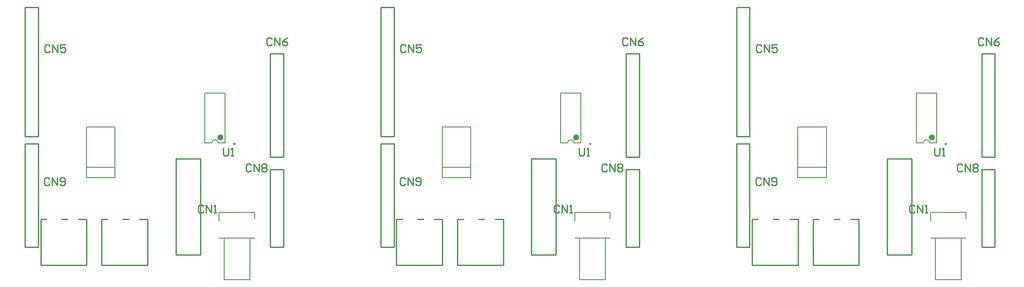
<source format=gbo>
G04 Layer_Color=32896*
%FSLAX44Y44*%
%MOMM*%
G71*
G01*
G75*
%ADD19C,0.6000*%
%ADD36C,0.2500*%
%ADD37C,0.2000*%
%ADD38C,0.2540*%
D19*
X2613969Y432750D02*
G03*
X2613969Y432750I3000J0D01*
G01*
X1913969D02*
G03*
X1913969Y432750I3000J0D01*
G01*
X1213969D02*
G03*
X1213969Y432750I3000J0D01*
G01*
D36*
X2643319Y419900D02*
G03*
X2643319Y419900I1250J0D01*
G01*
X1943319D02*
G03*
X1943319Y419900I1250J0D01*
G01*
X1243319D02*
G03*
X1243319Y419900I1250J0D01*
G01*
D37*
X2612819Y422000D02*
G03*
X2600119Y422000I-6350J0D01*
G01*
X2409615Y353000D02*
Y453000D01*
X2353214D01*
Y353000D02*
Y453000D01*
X2409615Y353000D02*
X2353214D01*
X2409615Y373441D02*
X2353214D01*
X2684119Y271750D02*
Y284750D01*
X2614369D01*
Y268250D02*
Y284750D01*
X2684119Y234000D02*
X2614369D01*
X2674869Y152000D02*
Y234000D01*
Y152000D02*
X2624069D01*
Y234000D01*
X2626469Y422000D02*
Y520000D01*
X2586469Y422000D02*
Y520000D01*
X2626469Y422000D02*
X2612819D01*
X2600119D02*
X2586469D01*
X2626469Y520000D02*
X2586469D01*
X1912819Y422000D02*
G03*
X1900119Y422000I-6350J0D01*
G01*
X1709615Y353000D02*
Y453000D01*
X1653214D01*
Y353000D02*
Y453000D01*
X1709615Y353000D02*
X1653214D01*
X1709615Y373441D02*
X1653214D01*
X1984119Y271750D02*
Y284750D01*
X1914369D01*
Y268250D02*
Y284750D01*
X1984119Y234000D02*
X1914369D01*
X1974869Y152000D02*
Y234000D01*
Y152000D02*
X1924069D01*
Y234000D01*
X1926469Y422000D02*
Y520000D01*
X1886469Y422000D02*
Y520000D01*
X1926469Y422000D02*
X1912819D01*
X1900119D02*
X1886469D01*
X1926469Y520000D02*
X1886469D01*
X1212819Y422000D02*
G03*
X1200119Y422000I-6350J0D01*
G01*
X1009615Y353000D02*
Y453000D01*
X953214D01*
Y353000D02*
Y453000D01*
X1009615Y353000D02*
X953214D01*
X1009614Y373441D02*
X953214D01*
X1284119Y271750D02*
Y284750D01*
X1214369D01*
Y268250D02*
Y284750D01*
X1284119Y234000D02*
X1214369D01*
X1274869Y152000D02*
Y234000D01*
Y152000D02*
X1224069D01*
Y234000D01*
X1226469Y422000D02*
Y520000D01*
X1186469Y422000D02*
Y520000D01*
X1226469Y422000D02*
X1212819D01*
X1200119D02*
X1186469D01*
X1226469Y520000D02*
X1186469D01*
D38*
X2577439Y390480D02*
X2529179D01*
X2577439Y201250D02*
Y390480D01*
Y201250D02*
X2529179D01*
Y390480D01*
X2473519Y181049D02*
X2383419D01*
Y271000D01*
X2473519Y181049D02*
Y271000D01*
X2394729Y271000D02*
X2383419D01*
X2436069D02*
X2424701D01*
X2473469D02*
X2457469D01*
X2353519Y181049D02*
X2263419D01*
Y271000D01*
X2353519Y181049D02*
Y271000D01*
X2274729Y271000D02*
X2263419D01*
X2316069D02*
X2304701D01*
X2353469D02*
X2337469D01*
X2741023Y369154D02*
X2715115D01*
Y216246D02*
Y369154D01*
X2741023Y216246D02*
X2715115D01*
X2741023D02*
Y369154D01*
X2258423Y216246D02*
X2232515D01*
X2258423D02*
Y419954D01*
X2232515D01*
Y216246D02*
Y419954D01*
X2741023Y597754D02*
X2715115D01*
Y394046D02*
Y597754D01*
X2741023Y394046D02*
X2715115D01*
X2741023D02*
Y597754D01*
X2258423Y434686D02*
X2232515D01*
X2258423D02*
Y688889D01*
X2232515Y434686D02*
Y688889D01*
X2258423Y689194D02*
X2232515D01*
X2281626Y613696D02*
X2279087Y616235D01*
X2274008D01*
X2271469Y613696D01*
Y603539D01*
X2274008Y601000D01*
X2279087D01*
X2281626Y603539D01*
X2286704Y601000D02*
Y616235D01*
X2296861Y601000D01*
Y616235D01*
X2312096D02*
X2301940D01*
Y608618D01*
X2307018Y611157D01*
X2309557D01*
X2312096Y608618D01*
Y603539D01*
X2309557Y601000D01*
X2304479D01*
X2301940Y603539D01*
X2718626Y626696D02*
X2716087Y629235D01*
X2711009D01*
X2708469Y626696D01*
Y616539D01*
X2711009Y614000D01*
X2716087D01*
X2718626Y616539D01*
X2723705Y614000D02*
Y629235D01*
X2733861Y614000D01*
Y629235D01*
X2749096D02*
X2744018Y626696D01*
X2738940Y621618D01*
Y616539D01*
X2741479Y614000D01*
X2746557D01*
X2749096Y616539D01*
Y619078D01*
X2746557Y621618D01*
X2738940D01*
X2677626Y377696D02*
X2675087Y380235D01*
X2670009D01*
X2667469Y377696D01*
Y367539D01*
X2670009Y365000D01*
X2675087D01*
X2677626Y367539D01*
X2682704Y365000D02*
Y380235D01*
X2692861Y365000D01*
Y380235D01*
X2697939Y377696D02*
X2700479Y380235D01*
X2705557D01*
X2708096Y377696D01*
Y375157D01*
X2705557Y372617D01*
X2708096Y370078D01*
Y367539D01*
X2705557Y365000D01*
X2700479D01*
X2697939Y367539D01*
Y370078D01*
X2700479Y372617D01*
X2697939Y375157D01*
Y377696D01*
X2700479Y372617D02*
X2705557D01*
X2280626Y350696D02*
X2278087Y353235D01*
X2273009D01*
X2270469Y350696D01*
Y340539D01*
X2273009Y338000D01*
X2278087D01*
X2280626Y340539D01*
X2285704Y338000D02*
Y353235D01*
X2295861Y338000D01*
Y353235D01*
X2300939Y340539D02*
X2303479Y338000D01*
X2308557D01*
X2311096Y340539D01*
Y350696D01*
X2308557Y353235D01*
X2303479D01*
X2300939Y350696D01*
Y348157D01*
X2303479Y345617D01*
X2311096D01*
X2583626Y296696D02*
X2581087Y299235D01*
X2576009D01*
X2573469Y296696D01*
Y286539D01*
X2576009Y284000D01*
X2581087D01*
X2583626Y286539D01*
X2588705Y284000D02*
Y299235D01*
X2598861Y284000D01*
Y299235D01*
X2603940Y284000D02*
X2609018D01*
X2606479D01*
Y299235D01*
X2603940Y296696D01*
X2622469Y412235D02*
Y399539D01*
X2625009Y397000D01*
X2630087D01*
X2632626Y399539D01*
Y412235D01*
X2637704Y397000D02*
X2642783D01*
X2640244D01*
Y412235D01*
X2637704Y409696D01*
X1877439Y390480D02*
X1829179D01*
X1877439Y201250D02*
Y390480D01*
Y201250D02*
X1829179D01*
Y390480D01*
X1773519Y181049D02*
X1683419D01*
Y271000D01*
X1773519Y181049D02*
Y271000D01*
X1694729Y271000D02*
X1683419D01*
X1736069D02*
X1724701D01*
X1773469D02*
X1757469D01*
X1653519Y181049D02*
X1563419D01*
Y271000D01*
X1653519Y181049D02*
Y271000D01*
X1574729Y271000D02*
X1563419D01*
X1616069D02*
X1604701D01*
X1653469D02*
X1637469D01*
X2041023Y369154D02*
X2015115D01*
Y216246D02*
Y369154D01*
X2041023Y216246D02*
X2015115D01*
X2041023D02*
Y369154D01*
X1558423Y216246D02*
X1532515D01*
X1558423D02*
Y419954D01*
X1532515D01*
Y216246D02*
Y419954D01*
X2041023Y597754D02*
X2015115D01*
Y394046D02*
Y597754D01*
X2041023Y394046D02*
X2015115D01*
X2041023D02*
Y597754D01*
X1558423Y434686D02*
X1532515D01*
X1558423D02*
Y688889D01*
X1532515Y434686D02*
Y688889D01*
X1558423Y689194D02*
X1532515D01*
X1581626Y613696D02*
X1579087Y616235D01*
X1574008D01*
X1571469Y613696D01*
Y603539D01*
X1574008Y601000D01*
X1579087D01*
X1581626Y603539D01*
X1586704Y601000D02*
Y616235D01*
X1596861Y601000D01*
Y616235D01*
X1612096D02*
X1601940D01*
Y608618D01*
X1607018Y611157D01*
X1609557D01*
X1612096Y608618D01*
Y603539D01*
X1609557Y601000D01*
X1604479D01*
X1601940Y603539D01*
X2018626Y626696D02*
X2016087Y629235D01*
X2011008D01*
X2008469Y626696D01*
Y616539D01*
X2011008Y614000D01*
X2016087D01*
X2018626Y616539D01*
X2023704Y614000D02*
Y629235D01*
X2033861Y614000D01*
Y629235D01*
X2049096D02*
X2044018Y626696D01*
X2038940Y621618D01*
Y616539D01*
X2041479Y614000D01*
X2046557D01*
X2049096Y616539D01*
Y619078D01*
X2046557Y621618D01*
X2038940D01*
X1977626Y377696D02*
X1975087Y380235D01*
X1970009D01*
X1967469Y377696D01*
Y367539D01*
X1970009Y365000D01*
X1975087D01*
X1977626Y367539D01*
X1982704Y365000D02*
Y380235D01*
X1992861Y365000D01*
Y380235D01*
X1997939Y377696D02*
X2000479Y380235D01*
X2005557D01*
X2008096Y377696D01*
Y375157D01*
X2005557Y372617D01*
X2008096Y370078D01*
Y367539D01*
X2005557Y365000D01*
X2000479D01*
X1997939Y367539D01*
Y370078D01*
X2000479Y372617D01*
X1997939Y375157D01*
Y377696D01*
X2000479Y372617D02*
X2005557D01*
X1580626Y350696D02*
X1578087Y353235D01*
X1573009D01*
X1570469Y350696D01*
Y340539D01*
X1573009Y338000D01*
X1578087D01*
X1580626Y340539D01*
X1585704Y338000D02*
Y353235D01*
X1595861Y338000D01*
Y353235D01*
X1600939Y340539D02*
X1603479Y338000D01*
X1608557D01*
X1611096Y340539D01*
Y350696D01*
X1608557Y353235D01*
X1603479D01*
X1600939Y350696D01*
Y348157D01*
X1603479Y345617D01*
X1611096D01*
X1883626Y296696D02*
X1881087Y299235D01*
X1876008D01*
X1873469Y296696D01*
Y286539D01*
X1876008Y284000D01*
X1881087D01*
X1883626Y286539D01*
X1888704Y284000D02*
Y299235D01*
X1898861Y284000D01*
Y299235D01*
X1903940Y284000D02*
X1909018D01*
X1906479D01*
Y299235D01*
X1903940Y296696D01*
X1922469Y412235D02*
Y399539D01*
X1925009Y397000D01*
X1930087D01*
X1932626Y399539D01*
Y412235D01*
X1937704Y397000D02*
X1942783D01*
X1940244D01*
Y412235D01*
X1937704Y409696D01*
X1177439Y390480D02*
X1129179D01*
X1177439Y201250D02*
Y390480D01*
Y201250D02*
X1129179D01*
Y390480D01*
X1073519Y181049D02*
X983419D01*
Y271000D01*
X1073519Y181049D02*
Y271000D01*
X994729Y271000D02*
X983419D01*
X1036069D02*
X1024701D01*
X1073469D02*
X1057469D01*
X953519Y181049D02*
X863419D01*
Y271000D01*
X953519Y181049D02*
Y271000D01*
X874729Y271000D02*
X863419D01*
X916069D02*
X904701D01*
X953469D02*
X937469D01*
X1341023Y369154D02*
X1315115D01*
Y216246D02*
Y369154D01*
X1341023Y216246D02*
X1315115D01*
X1341023D02*
Y369154D01*
X858423Y216246D02*
X832515D01*
X858423D02*
Y419954D01*
X832515D01*
Y216246D02*
Y419954D01*
X1341023Y597754D02*
X1315115D01*
Y394046D02*
Y597754D01*
X1341023Y394046D02*
X1315115D01*
X1341023D02*
Y597754D01*
X858423Y434686D02*
X832515D01*
X858423D02*
Y688889D01*
X832515Y434686D02*
Y688889D01*
X858423Y689194D02*
X832515D01*
X881626Y613696D02*
X879087Y616235D01*
X874008D01*
X871469Y613696D01*
Y603539D01*
X874008Y601000D01*
X879087D01*
X881626Y603539D01*
X886704Y601000D02*
Y616235D01*
X896861Y601000D01*
Y616235D01*
X912096D02*
X901939D01*
Y608618D01*
X907018Y611157D01*
X909557D01*
X912096Y608618D01*
Y603539D01*
X909557Y601000D01*
X904479D01*
X901939Y603539D01*
X1318626Y626696D02*
X1316087Y629235D01*
X1311008D01*
X1308469Y626696D01*
Y616539D01*
X1311008Y614000D01*
X1316087D01*
X1318626Y616539D01*
X1323704Y614000D02*
Y629235D01*
X1333861Y614000D01*
Y629235D01*
X1349096D02*
X1344018Y626696D01*
X1338940Y621618D01*
Y616539D01*
X1341479Y614000D01*
X1346557D01*
X1349096Y616539D01*
Y619078D01*
X1346557Y621618D01*
X1338940D01*
X1277626Y377696D02*
X1275087Y380235D01*
X1270008D01*
X1267469Y377696D01*
Y367539D01*
X1270008Y365000D01*
X1275087D01*
X1277626Y367539D01*
X1282704Y365000D02*
Y380235D01*
X1292861Y365000D01*
Y380235D01*
X1297939Y377696D02*
X1300479Y380235D01*
X1305557D01*
X1308096Y377696D01*
Y375157D01*
X1305557Y372617D01*
X1308096Y370078D01*
Y367539D01*
X1305557Y365000D01*
X1300479D01*
X1297939Y367539D01*
Y370078D01*
X1300479Y372617D01*
X1297939Y375157D01*
Y377696D01*
X1300479Y372617D02*
X1305557D01*
X880626Y350696D02*
X878087Y353235D01*
X873008D01*
X870469Y350696D01*
Y340539D01*
X873008Y338000D01*
X878087D01*
X880626Y340539D01*
X885704Y338000D02*
Y353235D01*
X895861Y338000D01*
Y353235D01*
X900939Y340539D02*
X903479Y338000D01*
X908557D01*
X911096Y340539D01*
Y350696D01*
X908557Y353235D01*
X903479D01*
X900939Y350696D01*
Y348157D01*
X903479Y345617D01*
X911096D01*
X1183626Y296696D02*
X1181087Y299235D01*
X1176009D01*
X1173469Y296696D01*
Y286539D01*
X1176009Y284000D01*
X1181087D01*
X1183626Y286539D01*
X1188704Y284000D02*
Y299235D01*
X1198861Y284000D01*
Y299235D01*
X1203940Y284000D02*
X1209018D01*
X1206479D01*
Y299235D01*
X1203940Y296696D01*
X1222469Y412235D02*
Y399539D01*
X1225008Y397000D01*
X1230087D01*
X1232626Y399539D01*
Y412235D01*
X1237704Y397000D02*
X1242783D01*
X1240244D01*
Y412235D01*
X1237704Y409696D01*
M02*

</source>
